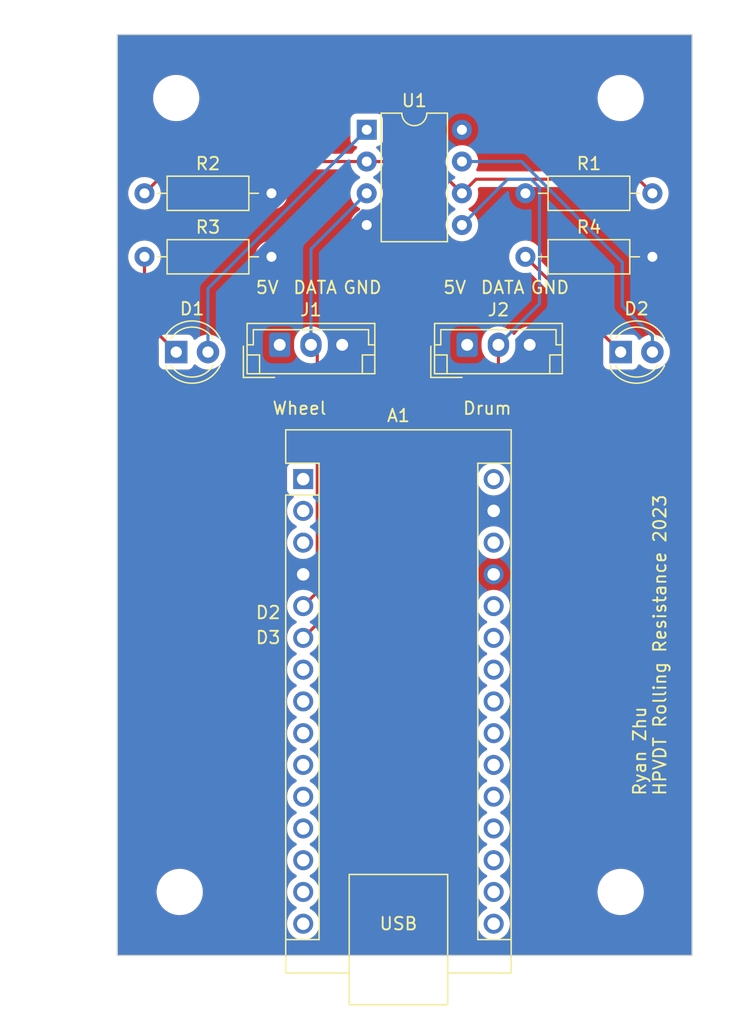
<source format=kicad_pcb>
(kicad_pcb (version 20221018) (generator pcbnew)
  (layers (0 "F.Cu" signal) (31 "B.Cu" signal) (34 "B.Paste" user) (35 "F.Paste" user) (36 "B.SilkS" user "B.Silkscreen") (37 "F.SilkS" user "F.Silkscreen") (38 "B.Mask" user) (39 "F.Mask" user) (44 "Edge.Cuts" user))
  (net 0 "")
  (net 4 "GND")
  (net 5 "/UPPER")
  (net 6 "/LOWER")
  (net 27 "+5V")
  (net 29 "Net-(D1-K)")
  (net 31 "Net-(D1-A)")
  (net 32 "Net-(D2-K)")
  (net 33 "Net-(D2-A)")
  (net 34 "/REF")
  (footprint "Connector_JST:JST_EH_B3B-EH-A_1x03_P2.50mm_Vertical" (layer "F.Cu") (at 74.08 85.78)
    (fp_text reference "J2" (at 2.5 -2.8) (layer "F.SilkS"))
    (fp_text value "Conn_01x03")
    (fp_line (start -2.91 0.11) (end -2.91 2.61) (stroke (width 0.12)) (layer "F.SilkS"))
    (fp_line (start -2.91 2.61) (end -0.41 2.61) (stroke (width 0.12)) (layer "F.SilkS"))
    (fp_line (start -2.61 -1.71) (end -2.61 2.31) (stroke (width 0.12)) (layer "F.SilkS"))
    (fp_line (start -2.61 0) (end -2.11 0) (stroke (width 0.12)) (layer "F.SilkS"))
    (fp_line (start -2.61 0.81) (end -1.61 0.81) (stroke (width 0.12)) (layer "F.SilkS"))
    (fp_line (start -2.61 2.31) (end 7.61 2.31) (stroke (width 0.12)) (layer "F.SilkS"))
    (fp_line (start -2.11 -1.21) (end 7.11 -1.21) (stroke (width 0.12)) (layer "F.SilkS"))
    (fp_line (start -2.11 0) (end -2.11 -1.21) (stroke (width 0.12)) (layer "F.SilkS"))
    (fp_line (start -1.61 0.81) (end -1.61 2.31) (stroke (width 0.12)) (layer "F.SilkS"))
    (fp_line (start 6.61 0.81) (end 6.61 2.31) (stroke (width 0.12)) (layer "F.SilkS"))
    (fp_line (start 7.11 -1.21) (end 7.11 0) (stroke (width 0.12)) (layer "F.SilkS"))
    (fp_line (start 7.11 0) (end 7.61 0) (stroke (width 0.12)) (layer "F.SilkS"))
    (fp_line (start 7.61 -1.71) (end -2.61 -1.71) (stroke (width 0.12)) (layer "F.SilkS"))
    (fp_line (start 7.61 0.81) (end 6.61 0.81) (stroke (width 0.12)) (layer "F.SilkS"))
    (fp_line (start 7.61 2.31) (end 7.61 -1.71) (stroke (width 0.12)) (layer "F.SilkS"))
    (pad "1" thru_hole roundrect (at 0 0) (size 1.7 1.95) (drill 0.95) (layers "*.Cu" "*.Mask") (roundrect_rratio 0.1470588235) (net 27 "+5V"))
    (pad "2" thru_hole oval (at 2.5 0) (size 1.7 1.95) (drill 0.95) (layers "*.Cu" "*.Mask") (net 6 "/LOWER"))
    (pad "3" thru_hole oval (at 5 0) (size 1.7 1.95) (drill 0.95) (layers "*.Cu" "*.Mask") (net 4 "GND"))
  )
  (footprint "MountingHole:MountingHole_3.2mm_M3" (layer "F.Cu") (at 86.36 129.54)
    (fp_text reference "REF**" hide)
    (fp_text value "MountingHole_3.2mm_M3" hide)
    (pad "" np_thru_hole circle (at 0 0) (size 3.2 3.2) (drill 3.2) (layers "*.Cu" "*.Mask"))
  )
  (footprint "Connector_JST:JST_EH_B3B-EH-A_1x03_P2.50mm_Vertical" (layer "F.Cu") (at 59.08 85.78)
    (fp_text reference "J1" (at 2.5 -2.8) (layer "F.SilkS"))
    (fp_text value "Conn_01x03")
    (fp_line (start -2.91 0.11) (end -2.91 2.61) (stroke (width 0.12)) (layer "F.SilkS"))
    (fp_line (start -2.91 2.61) (end -0.41 2.61) (stroke (width 0.12)) (layer "F.SilkS"))
    (fp_line (start -2.61 -1.71) (end -2.61 2.31) (stroke (width 0.12)) (layer "F.SilkS"))
    (fp_line (start -2.61 0) (end -2.11 0) (stroke (width 0.12)) (layer "F.SilkS"))
    (fp_line (start -2.61 0.81) (end -1.61 0.81) (stroke (width 0.12)) (layer "F.SilkS"))
    (fp_line (start -2.61 2.31) (end 7.61 2.31) (stroke (width 0.12)) (layer "F.SilkS"))
    (fp_line (start -2.11 -1.21) (end 7.11 -1.21) (stroke (width 0.12)) (layer "F.SilkS"))
    (fp_line (start -2.11 0) (end -2.11 -1.21) (stroke (width 0.12)) (layer "F.SilkS"))
    (fp_line (start -1.61 0.81) (end -1.61 2.31) (stroke (width 0.12)) (layer "F.SilkS"))
    (fp_line (start 6.61 0.81) (end 6.61 2.31) (stroke (width 0.12)) (layer "F.SilkS"))
    (fp_line (start 7.11 -1.21) (end 7.11 0) (stroke (width 0.12)) (layer "F.SilkS"))
    (fp_line (start 7.11 0) (end 7.61 0) (stroke (width 0.12)) (layer "F.SilkS"))
    (fp_line (start 7.61 -1.71) (end -2.61 -1.71) (stroke (width 0.12)) (layer "F.SilkS"))
    (fp_line (start 7.61 0.81) (end 6.61 0.81) (stroke (width 0.12)) (layer "F.SilkS"))
    (fp_line (start 7.61 2.31) (end 7.61 -1.71) (stroke (width 0.12)) (layer "F.SilkS"))
    (pad "1" thru_hole roundrect (at 0 0) (size 1.7 1.95) (drill 0.95) (layers "*.Cu" "*.Mask") (roundrect_rratio 0.1470588235) (net 27 "+5V"))
    (pad "2" thru_hole oval (at 2.5 0) (size 1.7 1.95) (drill 0.95) (layers "*.Cu" "*.Mask") (net 5 "/UPPER"))
    (pad "3" thru_hole oval (at 5 0) (size 1.7 1.95) (drill 0.95) (layers "*.Cu" "*.Mask") (net 4 "GND"))
  )
  (footprint "Resistor_THT:R_Axial_DIN0207_L6.3mm_D2.5mm_P10.16mm_Horizontal" (layer "F.Cu") (at 48.26 78.74)
    (fp_text reference "R3" (at 5.08 -2.37) (layer "F.SilkS"))
    (fp_text value "330")
    (fp_line (start 1.04 0) (end 1.81 0) (stroke (width 0.12)) (layer "F.SilkS"))
    (fp_line (start 1.81 -1.37) (end 1.81 1.37) (stroke (width 0.12)) (layer "F.SilkS"))
    (fp_line (start 1.81 1.37) (end 8.35 1.37) (stroke (width 0.12)) (layer "F.SilkS"))
    (fp_line (start 8.35 -1.37) (end 1.81 -1.37) (stroke (width 0.12)) (layer "F.SilkS"))
    (fp_line (start 8.35 1.37) (end 8.35 -1.37) (stroke (width 0.12)) (layer "F.SilkS"))
    (fp_line (start 9.12 0) (end 8.35 0) (stroke (width 0.12)) (layer "F.SilkS"))
    (pad "1" thru_hole circle (at 0 0) (size 1.6 1.6) (drill 0.8) (layers "*.Cu" "*.Mask") (net 29 "Net-(D1-K)"))
    (pad "2" thru_hole oval (at 10.16 0) (size 1.6 1.6) (drill 0.8) (layers "*.Cu" "*.Mask") (net 4 "GND"))
  )
  (footprint "LED_THT:LED_D4.0mm" (layer "F.Cu") (at 50.8 86.36)
    (fp_text reference "D1" (at 1.27 -3.46) (layer "F.SilkS"))
    (fp_text value "LED")
    (fp_line (start -0.79 -1.399) (end -0.79 -1.08) (stroke (width 0.12)) (layer "F.SilkS"))
    (fp_line (start -0.79 1.08) (end -0.79 1.399) (stroke (width 0.12)) (layer "F.SilkS"))
    (fp_arc (start -0.79 -1.398749) (mid 1.453519 -2.483228) (end 3.513242 -1.080724) (stroke (width 0.12)) (layer "F.SilkS"))
    (fp_arc (start -0.41333 -1.08) (mid 1.269429 -2) (end 2.952713 -1.080961) (stroke (width 0.12)) (layer "F.SilkS"))
    (fp_arc (start 2.952713 1.080961) (mid 1.269429 2) (end -0.41333 1.08) (stroke (width 0.12)) (layer "F.SilkS"))
    (fp_arc (start 3.513242 1.080724) (mid 1.453519 2.483228) (end -0.79 1.398749) (stroke (width 0.12)) (layer "F.SilkS"))
    (pad "1" thru_hole rect (at 0 0) (size 1.8 1.8) (drill 0.9) (layers "*.Cu" "*.Mask") (net 29 "Net-(D1-K)"))
    (pad "2" thru_hole circle (at 2.54 0) (size 1.8 1.8) (drill 0.9) (layers "*.Cu" "*.Mask") (net 31 "Net-(D1-A)"))
  )
  (footprint "Resistor_THT:R_Axial_DIN0207_L6.3mm_D2.5mm_P10.16mm_Horizontal" (layer "F.Cu") (at 78.74 73.66)
    (fp_text reference "R1" (at 5.08 -2.37) (layer "F.SilkS"))
    (fp_text value "10K")
    (fp_line (start 1.04 0) (end 1.81 0) (stroke (width 0.12)) (layer "F.SilkS"))
    (fp_line (start 1.81 -1.37) (end 1.81 1.37) (stroke (width 0.12)) (layer "F.SilkS"))
    (fp_line (start 1.81 1.37) (end 8.35 1.37) (stroke (width 0.12)) (layer "F.SilkS"))
    (fp_line (start 8.35 -1.37) (end 1.81 -1.37) (stroke (width 0.12)) (layer "F.SilkS"))
    (fp_line (start 8.35 1.37) (end 8.35 -1.37) (stroke (width 0.12)) (layer "F.SilkS"))
    (fp_line (start 9.12 0) (end 8.35 0) (stroke (width 0.12)) (layer "F.SilkS"))
    (pad "1" thru_hole circle (at 0 0) (size 1.6 1.6) (drill 0.8) (layers "*.Cu" "*.Mask") (net 27 "+5V"))
    (pad "2" thru_hole oval (at 10.16 0) (size 1.6 1.6) (drill 0.8) (layers "*.Cu" "*.Mask") (net 34 "/REF"))
  )
  (footprint "Package_DIP:DIP-8_W7.62mm" (layer "F.Cu") (at 66.04 68.58)
    (fp_text reference "U1" (at 3.81 -2.33) (layer "F.SilkS"))
    (fp_text value "LM358")
    (fp_line (start 1.16 -1.33) (end 1.16 8.95) (stroke (width 0.12)) (layer "F.SilkS"))
    (fp_line (start 1.16 8.95) (end 6.46 8.95) (stroke (width 0.12)) (layer "F.SilkS"))
    (fp_line (start 2.81 -1.33) (end 1.16 -1.33) (stroke (width 0.12)) (layer "F.SilkS"))
    (fp_line (start 6.46 -1.33) (end 4.81 -1.33) (stroke (width 0.12)) (layer "F.SilkS"))
    (fp_line (start 6.46 8.95) (end 6.46 -1.33) (stroke (width 0.12)) (layer "F.SilkS"))
    (fp_arc (start 4.81 -1.33) (mid 3.81 -0.33) (end 2.81 -1.33) (stroke (width 0.12)) (layer "F.SilkS"))
    (pad "1" thru_hole rect (at 0 0) (size 1.6 1.6) (drill 0.8) (layers "*.Cu" "*.Mask") (net 31 "Net-(D1-A)"))
    (pad "2" thru_hole oval (at 0 2.54) (size 1.6 1.6) (drill 0.8) (layers "*.Cu" "*.Mask") (net 34 "/REF"))
    (pad "3" thru_hole oval (at 0 5.08) (size 1.6 1.6) (drill 0.8) (layers "*.Cu" "*.Mask") (net 5 "/UPPER"))
    (pad "4" thru_hole oval (at 0 7.62) (size 1.6 1.6) (drill 0.8) (layers "*.Cu" "*.Mask") (net 4 "GND"))
    (pad "5" thru_hole oval (at 7.62 7.62) (size 1.6 1.6) (drill 0.8) (layers "*.Cu" "*.Mask") (net 6 "/LOWER"))
    (pad "6" thru_hole oval (at 7.62 5.08) (size 1.6 1.6) (drill 0.8) (layers "*.Cu" "*.Mask") (net 34 "/REF"))
    (pad "7" thru_hole oval (at 7.62 2.54) (size 1.6 1.6) (drill 0.8) (layers "*.Cu" "*.Mask") (net 33 "Net-(D2-A)"))
    (pad "8" thru_hole oval (at 7.62 0) (size 1.6 1.6) (drill 0.8) (layers "*.Cu" "*.Mask") (net 27 "+5V"))
  )
  (footprint "Resistor_THT:R_Axial_DIN0207_L6.3mm_D2.5mm_P10.16mm_Horizontal" (layer "F.Cu") (at 78.74 78.74)
    (fp_text reference "R4" (at 5.08 -2.37) (layer "F.SilkS"))
    (fp_text value "330")
    (fp_line (start 1.04 0) (end 1.81 0) (stroke (width 0.12)) (layer "F.SilkS"))
    (fp_line (start 1.81 -1.37) (end 1.81 1.37) (stroke (width 0.12)) (layer "F.SilkS"))
    (fp_line (start 1.81 1.37) (end 8.35 1.37) (stroke (width 0.12)) (layer "F.SilkS"))
    (fp_line (start 8.35 -1.37) (end 1.81 -1.37) (stroke (width 0.12)) (layer "F.SilkS"))
    (fp_line (start 8.35 1.37) (end 8.35 -1.37) (stroke (width 0.12)) (layer "F.SilkS"))
    (fp_line (start 9.12 0) (end 8.35 0) (stroke (width 0.12)) (layer "F.SilkS"))
    (pad "1" thru_hole circle (at 0 0) (size 1.6 1.6) (drill 0.8) (layers "*.Cu" "*.Mask") (net 32 "Net-(D2-K)"))
    (pad "2" thru_hole oval (at 10.16 0) (size 1.6 1.6) (drill 0.8) (layers "*.Cu" "*.Mask") (net 4 "GND"))
  )
  (footprint "MountingHole:MountingHole_3.2mm_M3" (layer "F.Cu") (at 86.36 66.04)
    (fp_text reference "REF**" hide)
    (fp_text value "MountingHole_3.2mm_M3" hide)
    (pad "" np_thru_hole circle (at 0 0) (size 3.2 3.2) (drill 3.2) (layers "*.Cu" "*.Mask"))
  )
  (footprint "MountingHole:MountingHole_3.2mm_M3" (layer "F.Cu") (at 50.8 66.04)
    (fp_text reference "REF**" hide)
    (fp_text value "MountingHole_3.2mm_M3" hide)
    (pad "" np_thru_hole circle (at 0 0) (size 3.2 3.2) (drill 3.2) (layers "*.Cu" "*.Mask"))
  )
  (footprint "Resistor_THT:R_Axial_DIN0207_L6.3mm_D2.5mm_P10.16mm_Horizontal" (layer "F.Cu") (at 48.26 73.66)
    (fp_text reference "R2" (at 5.08 -2.37) (layer "F.SilkS"))
    (fp_text value "10K")
    (fp_line (start 1.04 0) (end 1.81 0) (stroke (width 0.12)) (layer "F.SilkS"))
    (fp_line (start 1.81 -1.37) (end 1.81 1.37) (stroke (width 0.12)) (layer "F.SilkS"))
    (fp_line (start 1.81 1.37) (end 8.35 1.37) (stroke (width 0.12)) (layer "F.SilkS"))
    (fp_line (start 8.35 -1.37) (end 1.81 -1.37) (stroke (width 0.12)) (layer "F.SilkS"))
    (fp_line (start 8.35 1.37) (end 8.35 -1.37) (stroke (width 0.12)) (layer "F.SilkS"))
    (fp_line (start 9.12 0) (end 8.35 0) (stroke (width 0.12)) (layer "F.SilkS"))
    (pad "1" thru_hole circle (at 0 0) (size 1.6 1.6) (drill 0.8) (layers "*.Cu" "*.Mask") (net 34 "/REF"))
    (pad "2" thru_hole oval (at 10.16 0) (size 1.6 1.6) (drill 0.8) (layers "*.Cu" "*.Mask") (net 4 "GND"))
  )
  (footprint "MountingHole:MountingHole_3.2mm_M3" (layer "F.Cu") (at 51.08 129.54)
    (fp_text reference "REF**" hide)
    (fp_text value "MountingHole_3.2mm_M3" hide)
    (pad "" np_thru_hole circle (at 0 0) (size 3.2 3.2) (drill 3.2) (layers "*.Cu" "*.Mask"))
  )
  (footprint "LED_THT:LED_D4.0mm" (layer "F.Cu") (at 86.36 86.36)
    (fp_text reference "D2" (at 1.27 -3.46) (layer "F.SilkS"))
    (fp_text value "LED")
    (fp_line (start -0.79 -1.399) (end -0.79 -1.08) (stroke (width 0.12)) (layer "F.SilkS"))
    (fp_line (start -0.79 1.08) (end -0.79 1.399) (stroke (width 0.12)) (layer "F.SilkS"))
    (fp_arc (start -0.79 -1.398749) (mid 1.453519 -2.483228) (end 3.513242 -1.080724) (stroke (width 0.12)) (layer "F.SilkS"))
    (fp_arc (start -0.41333 -1.08) (mid 1.269429 -2) (end 2.952713 -1.080961) (stroke (width 0.12)) (layer "F.SilkS"))
    (fp_arc (start 2.952713 1.080961) (mid 1.269429 2) (end -0.41333 1.08) (stroke (width 0.12)) (layer "F.SilkS"))
    (fp_arc (start 3.513242 1.080724) (mid 1.453519 2.483228) (end -0.79 1.398749) (stroke (width 0.12)) (layer "F.SilkS"))
    (pad "1" thru_hole rect (at 0 0) (size 1.8 1.8) (drill 0.9) (layers "*.Cu" "*.Mask") (net 32 "Net-(D2-K)"))
    (pad "2" thru_hole circle (at 2.54 0) (size 1.8 1.8) (drill 0.9) (layers "*.Cu" "*.Mask") (net 33 "Net-(D2-A)"))
  )
  (footprint "Module:Arduino_Nano" (layer "F.Cu") (at 60.96 96.52)
    (fp_text reference "A1" (at 7.62 -5.08) (layer "F.SilkS"))
    (fp_text value "Arduino_Nano_v3.x")
    (fp_text user "USB" (at 7.62 35.56 unlocked) (layer "F.SilkS"))
    (fp_line (start -1.4 -3.94) (end -1.4 -1.27) (stroke (width 0.12)) (layer "F.SilkS"))
    (fp_line (start -1.4 1.27) (end -1.4 39.5) (stroke (width 0.12)) (layer "F.SilkS"))
    (fp_line (start -1.4 39.5) (end 3.68 39.5) (stroke (width 0.12)) (layer "F.SilkS"))
    (fp_line (start 1.27 -1.27) (end -1.4 -1.27) (stroke (width 0.12)) (layer "F.SilkS"))
    (fp_line (start 1.27 1.27) (end -1.4 1.27) (stroke (width 0.12)) (layer "F.SilkS"))
    (fp_line (start 1.27 1.27) (end 1.27 -1.27) (stroke (width 0.12)) (layer "F.SilkS"))
    (fp_line (start 1.27 1.27) (end 1.27 36.83) (stroke (width 0.12)) (layer "F.SilkS"))
    (fp_line (start 1.27 36.83) (end -1.4 36.83) (stroke (width 0.12)) (layer "F.SilkS"))
    (fp_line (start 3.68 31.62) (end 11.56 31.62) (stroke (width 0.12)) (layer "F.SilkS"))
    (fp_line (start 3.68 42.04) (end 3.68 31.62) (stroke (width 0.12)) (layer "F.SilkS"))
    (fp_line (start 11.56 31.62) (end 11.56 42.04) (stroke (width 0.12)) (layer "F.SilkS"))
    (fp_line (start 11.56 42.04) (end 3.68 42.04) (stroke (width 0.12)) (layer "F.SilkS"))
    (fp_line (start 13.97 -1.27) (end 13.97 36.83) (stroke (width 0.12)) (layer "F.SilkS"))
    (fp_line (start 13.97 -1.27) (end 16.64 -1.27) (stroke (width 0.12)) (layer "F.SilkS"))
    (fp_line (start 13.97 36.83) (end 16.64 36.83) (stroke (width 0.12)) (layer "F.SilkS"))
    (fp_line (start 16.64 -3.94) (end -1.4 -3.94) (stroke (width 0.12)) (layer "F.SilkS"))
    (fp_line (start 16.64 39.5) (end 11.56 39.5) (stroke (width 0.12)) (layer "F.SilkS"))
    (fp_line (start 16.64 39.5) (end 16.64 -3.94) (stroke (width 0.12)) (layer "F.SilkS"))
    (pad "1" thru_hole rect (at 0 0) (size 1.6 1.6) (drill 1) (layers "*.Cu" "*.Mask"))
    (pad "2" thru_hole oval (at 0 2.54) (size 1.6 1.6) (drill 1) (layers "*.Cu" "*.Mask"))
    (pad "3" thru_hole oval (at 0 5.08) (size 1.6 1.6) (drill 1) (layers "*.Cu" "*.Mask"))
    (pad "4" thru_hole oval (at 0 7.62) (size 1.6 1.6) (drill 1) (layers "*.Cu" "*.Mask") (net 4 "GND"))
    (pad "5" thru_hole oval (at 0 10.16) (size 1.6 1.6) (drill 1) (layers "*.Cu" "*.Mask") (net 5 "/UPPER"))
    (pad "6" thru_hole oval (at 0 12.7) (size 1.6 1.6) (drill 1) (layers "*.Cu" "*.Mask") (net 6 "/LOWER"))
    (pad "7" thru_hole oval (at 0 15.24) (size 1.6 1.6) (drill 1) (layers "*.Cu" "*.Mask"))
    (pad "8" thru_hole oval (at 0 17.78) (size 1.6 1.6) (drill 1) (layers "*.Cu" "*.Mask"))
    (pad "9" thru_hole oval (at 0 20.32) (size 1.6 1.6) (drill 1) (layers "*.Cu" "*.Mask"))
    (pad "10" thru_hole oval (at 0 22.86) (size 1.6 1.6) (drill 1) (layers "*.Cu" "*.Mask"))
    (pad "11" thru_hole oval (at 0 25.4) (size 1.6 1.6) (drill 1) (layers "*.Cu" "*.Mask"))
    (pad "12" thru_hole oval (at 0 27.94) (size 1.6 1.6) (drill 1) (layers "*.Cu" "*.Mask"))
    (pad "13" thru_hole oval (at 0 30.48) (size 1.6 1.6) (drill 1) (layers "*.Cu" "*.Mask"))
    (pad "14" thru_hole oval (at 0 33.02) (size 1.6 1.6) (drill 1) (layers "*.Cu" "*.Mask"))
    (pad "15" thru_hole oval (at 0 35.56) (size 1.6 1.6) (drill 1) (layers "*.Cu" "*.Mask"))
    (pad "16" thru_hole oval (at 15.24 35.56) (size 1.6 1.6) (drill 1) (layers "*.Cu" "*.Mask"))
    (pad "17" thru_hole oval (at 15.24 33.02) (size 1.6 1.6) (drill 1) (layers "*.Cu" "*.Mask"))
    (pad "18" thru_hole oval (at 15.24 30.48) (size 1.6 1.6) (drill 1) (layers "*.Cu" "*.Mask"))
    (pad "19" thru_hole oval (at 15.24 27.94) (size 1.6 1.6) (drill 1) (layers "*.Cu" "*.Mask"))
    (pad "20" thru_hole oval (at 15.24 25.4) (size 1.6 1.6) (drill 1) (layers "*.Cu" "*.Mask"))
    (pad "21" thru_hole oval (at 15.24 22.86) (size 1.6 1.6) (drill 1) (layers "*.Cu" "*.Mask"))
    (pad "22" thru_hole oval (at 15.24 20.32) (size 1.6 1.6) (drill 1) (layers "*.Cu" "*.Mask"))
    (pad "23" thru_hole oval (at 15.24 17.78) (size 1.6 1.6) (drill 1) (layers "*.Cu" "*.Mask"))
    (pad "24" thru_hole oval (at 15.24 15.24) (size 1.6 1.6) (drill 1) (layers "*.Cu" "*.Mask"))
    (pad "25" thru_hole oval (at 15.24 12.7) (size 1.6 1.6) (drill 1) (layers "*.Cu" "*.Mask"))
    (pad "26" thru_hole oval (at 15.24 10.16) (size 1.6 1.6) (drill 1) (layers "*.Cu" "*.Mask"))
    (pad "27" thru_hole oval (at 15.24 7.62) (size 1.6 1.6) (drill 1) (layers "*.Cu" "*.Mask") (net 27 "+5V"))
    (pad "28" thru_hole oval (at 15.24 5.08) (size 1.6 1.6) (drill 1) (layers "*.Cu" "*.Mask"))
    (pad "29" thru_hole oval (at 15.24 2.54) (size 1.6 1.6) (drill 1) (layers "*.Cu" "*.Mask") (net 4 "GND"))
    (pad "30" thru_hole oval (at 15.24 0) (size 1.6 1.6) (drill 1) (layers "*.Cu" "*.Mask"))
  )
  (gr_line (start 92.08 60.96) (end 46.08 60.96) (stroke (width 0.1)) (layer "Edge.Cuts"))
  (gr_line (start 92.08 134.62) (end 92.08 60.96) (stroke (width 0.1)) (layer "Edge.Cuts"))
  (gr_line (start 46.08 60.96) (end 46.08 134.62) (stroke (width 0.1)) (layer "Edge.Cuts"))
  (gr_line (start 46.08 134.62) (end 92.08 134.62) (stroke (width 0.1)) (layer "Edge.Cuts"))
  (gr_text "DATA" (at 60.08 81.78) (layer "F.SilkS") (effects (font (size 1 1)) (justify left bottom)))
  (gr_text "D2" (at 57.08 107.78) (layer "F.SilkS") (effects (font (size 1 1)) (justify left bottom)))
  (gr_text "Wheel" (at 58.42 91.44) (layer "F.SilkS") (effects (font (size 1 1)) (justify left bottom)))
  (gr_text "Ryan Zhu\nHPVDT Rolling Resistance 2023" (at 90.08 121.92 90) (layer "F.SilkS") (effects (font (size 1 1)) (justify left bottom)))
  (gr_text "5V" (at 72.08 81.78) (layer "F.SilkS") (effects (font (size 1 1)) (justify left bottom)))
  (gr_text "GND" (at 79.08 81.78) (layer "F.SilkS") (effects (font (size 1 1)) (justify left bottom)))
  (gr_text "D3\n" (at 57.08 109.78) (layer "F.SilkS") (effects (font (size 1 1)) (justify left bottom)))
  (gr_text "GND" (at 64.08 81.78) (layer "F.SilkS") (effects (font (size 1 1)) (justify left bottom)))
  (gr_text "5V" (at 57.08 81.78) (layer "F.SilkS") (effects (font (size 1 1)) (justify left bottom)))
  (gr_text "Drum" (at 73.66 91.44) (layer "F.SilkS") (effects (font (size 1 1)) (justify left bottom)))
  (gr_text "DATA" (at 75.08 81.78) (layer "F.SilkS") (effects (font (size 1 1)) (justify left bottom)))
  (segment (start 61.58 85.78) (end 62.085 86.285) (width 0.25) (layer "F.Cu") (net 5))
  (segment (start 62.085 86.285) (end 62.085 105.555) (width 0.25) (layer "F.Cu") (net 5))
  (segment (start 62.085 105.555) (end 60.96 106.68) (width 0.25) (layer "F.Cu") (net 5))
  (segment (start 61.58 78.12) (end 61.58 85.78) (width 0.25) (layer "B.Cu") (net 5))
  (segment (start 66.04 73.66) (end 61.58 78.12) (width 0.25) (layer "B.Cu") (net 5))
  (segment (start 76.58 93.6) (end 60.96 109.22) (width 0.25) (layer "F.Cu") (net 6))
  (segment (start 76.58 85.78) (end 76.58 93.6) (width 0.25) (layer "F.Cu") (net 6))
  (segment (start 79.865 73.194009) (end 79.205991 72.535) (width 0.25) (layer "B.Cu") (net 6))
  (segment (start 77.325 72.535) (end 73.66 76.2) (width 0.25) (layer "B.Cu") (net 6))
  (segment (start 79.205991 72.535) (end 77.325 72.535) (width 0.25) (layer "B.Cu") (net 6))
  (segment (start 76.58 85.78) (end 79.865 82.495) (width 0.25) (layer "B.Cu") (net 6))
  (segment (start 79.865 82.495) (end 79.865 73.194009) (width 0.25) (layer "B.Cu") (net 6))
  (segment (start 48.26 78.74) (end 48.26 83.82) (width 0.25) (layer "F.Cu") (net 29))
  (segment (start 48.26 83.82) (end 50.8 86.36) (width 0.25) (layer "F.Cu") (net 29))
  (segment (start 53.34 81.28) (end 66.04 68.58) (width 0.25) (layer "B.Cu") (net 31))
  (segment (start 53.34 86.36) (end 53.34 81.28) (width 0.25) (layer "B.Cu") (net 31))
  (segment (start 78.74 78.74) (end 86.36 86.36) (width 0.25) (layer "F.Cu") (net 32))
  (segment (start 86.494188 82.681396) (end 86.494188 79.186801) (width 0.25) (layer "B.Cu") (net 33))
  (segment (start 86.494188 79.186801) (end 78.427387 71.12) (width 0.25) (layer "B.Cu") (net 33))
  (segment (start 88.9 85.087208) (end 86.494188 82.681396) (width 0.25) (layer "B.Cu") (net 33))
  (segment (start 88.9 86.36) (end 88.9 85.087208) (width 0.25) (layer "B.Cu") (net 33))
  (segment (start 78.427387 71.12) (end 73.66 71.12) (width 0.25) (layer "B.Cu") (net 33))
  (segment (start 73.66 73.66) (end 74.785 72.535) (width 0.25) (layer "F.Cu") (net 34))
  (segment (start 66.04 71.12) (end 71.12 71.12) (width 0.25) (layer "F.Cu") (net 34))
  (segment (start 50.8 71.12) (end 66.04 71.12) (width 0.25) (layer "F.Cu") (net 34))
  (segment (start 71.12 71.12) (end 73.66 73.66) (width 0.25) (layer "F.Cu") (net 34))
  (segment (start 74.785 72.535) (end 87.775 72.535) (width 0.25) (layer "F.Cu") (net 34))
  (segment (start 48.26 73.66) (end 50.8 71.12) (width 0.25) (layer "F.Cu") (net 34))
  (segment (start 87.775 72.535) (end 88.9 73.66) (width 0.25) (layer "F.Cu") (net 34))
  (zone (net 27) (net_name "+5V") (layer "F.Cu") (connect_pads yes (clearance 0.5)) (min_thickness 0.25) (fill yes (thermal_gap 0.5) (thermal_bridge_width 0.5))
    (polygon (pts (xy 42.55 58.2) (xy 95.05 58.2) (xy 95.05 137.35) (xy 92.3 140.1) (xy 39.35 140.1) (xy 36.7 137.45) (xy 36.7 64.05)))
  )
  (zone (net 4) (net_name "GND") (layer "B.Cu") (connect_pads yes (clearance 0.5)) (min_thickness 0.25) (fill yes (thermal_gap 0.5) (thermal_bridge_width 0.5))
    (polygon (pts (xy 44.45 58.2) (xy 96.95 58.2) (xy 96.95 137.35) (xy 94.2 140.1) (xy 41.25 140.1) (xy 38.6 137.45) (xy 38.6 64.05)))
  )
)
</source>
